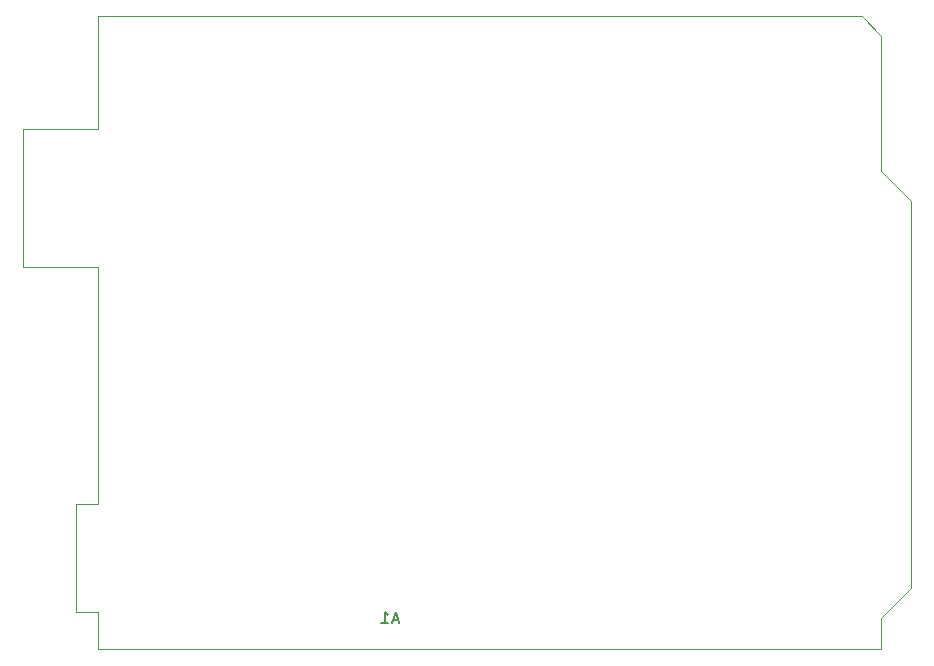
<source format=gbr>
%TF.GenerationSoftware,KiCad,Pcbnew,7.0.1-3b83917a11~172~ubuntu20.04.1*%
%TF.CreationDate,2023-08-11T21:00:57+02:00*%
%TF.ProjectId,PicoShield,5069636f-5368-4696-956c-642e6b696361,rev?*%
%TF.SameCoordinates,Original*%
%TF.FileFunction,Legend,Bot*%
%TF.FilePolarity,Positive*%
%FSLAX46Y46*%
G04 Gerber Fmt 4.6, Leading zero omitted, Abs format (unit mm)*
G04 Created by KiCad (PCBNEW 7.0.1-3b83917a11~172~ubuntu20.04.1) date 2023-08-11 21:00:57*
%MOMM*%
%LPD*%
G01*
G04 APERTURE LIST*
%ADD10C,0.150000*%
%ADD11C,0.120000*%
G04 APERTURE END LIST*
D10*
%TO.C,A1*%
X141506485Y-76580104D02*
X141030295Y-76580104D01*
X141601723Y-76865819D02*
X141268390Y-75865819D01*
X141268390Y-75865819D02*
X140935057Y-76865819D01*
X140077914Y-76865819D02*
X140649342Y-76865819D01*
X140363628Y-76865819D02*
X140363628Y-75865819D01*
X140363628Y-75865819D02*
X140458866Y-76008676D01*
X140458866Y-76008676D02*
X140554104Y-76103914D01*
X140554104Y-76103914D02*
X140649342Y-76151533D01*
D11*
X109725000Y-35003200D02*
X116075000Y-35003200D01*
X109725000Y-46683200D02*
X109725000Y-35003200D01*
X114175000Y-66753200D02*
X116075000Y-66753200D01*
X114175000Y-75893200D02*
X114175000Y-66753200D01*
X116075000Y-25473200D02*
X180725000Y-25473200D01*
X116075000Y-35003200D02*
X116075000Y-25473200D01*
X116075000Y-46683200D02*
X109725000Y-46683200D01*
X116075000Y-66753200D02*
X116075000Y-46683200D01*
X116075000Y-75893200D02*
X114175000Y-75893200D01*
X116075000Y-79073200D02*
X116075000Y-75893200D01*
X180725000Y-25473200D02*
X182375000Y-27123200D01*
X182375000Y-27123200D02*
X182375000Y-38553200D01*
X182375000Y-38553200D02*
X184915000Y-41093200D01*
X182375000Y-76403200D02*
X182375000Y-79073200D01*
X182375000Y-79073200D02*
X116075000Y-79073200D01*
X184915000Y-41093200D02*
X184915000Y-73863200D01*
X184915000Y-73863200D02*
X182375000Y-76403200D01*
%TD*%
M02*

</source>
